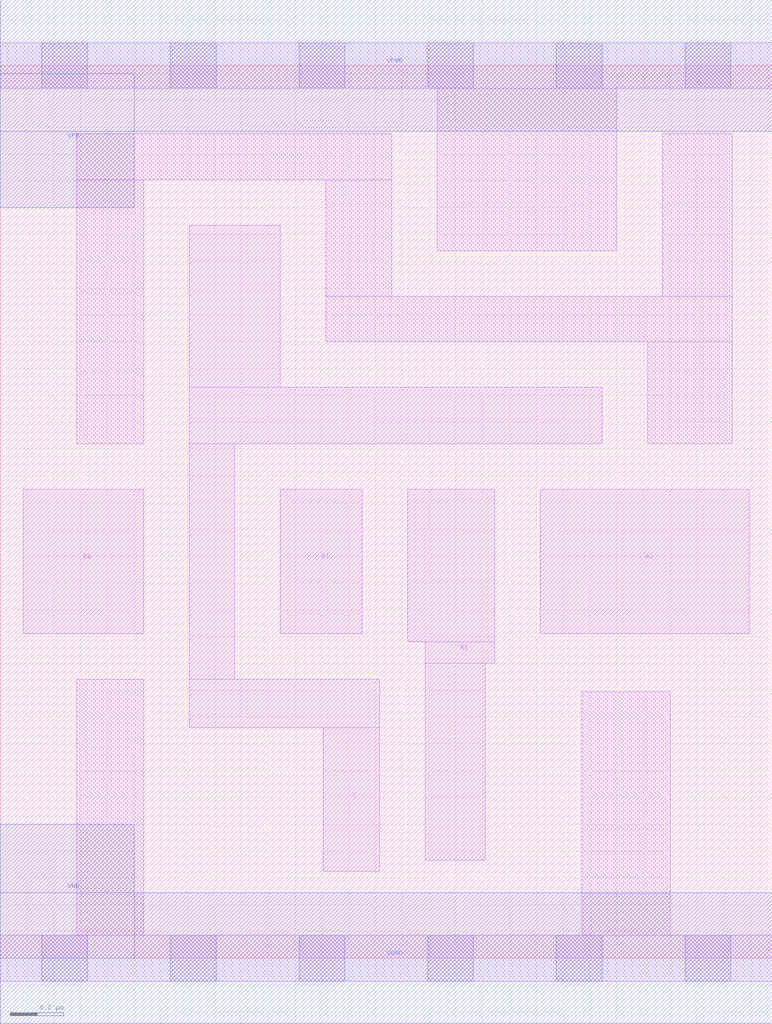
<source format=lef>
# Copyright 2020 The SkyWater PDK Authors
#
# Licensed under the Apache License, Version 2.0 (the "License");
# you may not use this file except in compliance with the License.
# You may obtain a copy of the License at
#
#     https://www.apache.org/licenses/LICENSE-2.0
#
# Unless required by applicable law or agreed to in writing, software
# distributed under the License is distributed on an "AS IS" BASIS,
# WITHOUT WARRANTIES OR CONDITIONS OF ANY KIND, either express or implied.
# See the License for the specific language governing permissions and
# limitations under the License.
#
# SPDX-License-Identifier: Apache-2.0

VERSION 5.5 ;
NAMESCASESENSITIVE ON ;
BUSBITCHARS "[]" ;
DIVIDERCHAR "/" ;
MACRO sky130_fd_sc_lp__a22oi_1
  CLASS CORE ;
  SOURCE USER ;
  ORIGIN  0.000000  0.000000 ;
  SIZE  2.880000 BY  3.330000 ;
  SYMMETRY X Y R90 ;
  SITE unit ;
  PIN A1
    ANTENNAGATEAREA  0.315000 ;
    DIRECTION INPUT ;
    USE SIGNAL ;
    PORT
      LAYER li1 ;
        RECT 1.520000 1.180000 1.845000 1.750000 ;
        RECT 1.585000 0.365000 1.810000 1.100000 ;
        RECT 1.585000 1.100000 1.845000 1.180000 ;
    END
  END A1
  PIN A2
    ANTENNAGATEAREA  0.315000 ;
    DIRECTION INPUT ;
    USE SIGNAL ;
    PORT
      LAYER li1 ;
        RECT 2.015000 1.210000 2.795000 1.750000 ;
    END
  END A2
  PIN B1
    ANTENNAGATEAREA  0.315000 ;
    DIRECTION INPUT ;
    USE SIGNAL ;
    PORT
      LAYER li1 ;
        RECT 1.045000 1.210000 1.350000 1.750000 ;
    END
  END B1
  PIN B2
    ANTENNAGATEAREA  0.315000 ;
    DIRECTION INPUT ;
    USE SIGNAL ;
    PORT
      LAYER li1 ;
        RECT 0.085000 1.210000 0.535000 1.750000 ;
    END
  END B2
  PIN Y
    ANTENNADIFFAREA  0.693000 ;
    DIRECTION OUTPUT ;
    USE SIGNAL ;
    PORT
      LAYER li1 ;
        RECT 0.705000 0.860000 1.415000 1.040000 ;
        RECT 0.705000 1.040000 0.875000 1.920000 ;
        RECT 0.705000 1.920000 2.245000 2.130000 ;
        RECT 0.705000 2.130000 1.045000 2.735000 ;
        RECT 1.205000 0.325000 1.415000 0.860000 ;
    END
  END Y
  PIN VGND
    DIRECTION INOUT ;
    USE GROUND ;
    PORT
      LAYER met1 ;
        RECT 0.000000 -0.245000 2.880000 0.245000 ;
    END
  END VGND
  PIN VNB
    DIRECTION INOUT ;
    USE GROUND ;
    PORT
      LAYER met1 ;
        RECT 0.000000 0.000000 0.500000 0.500000 ;
    END
  END VNB
  PIN VPB
    DIRECTION INOUT ;
    USE POWER ;
    PORT
      LAYER met1 ;
        RECT 0.000000 2.800000 0.500000 3.300000 ;
    END
  END VPB
  PIN VPWR
    DIRECTION INOUT ;
    USE POWER ;
    PORT
      LAYER met1 ;
        RECT 0.000000 3.085000 2.880000 3.575000 ;
    END
  END VPWR
  OBS
    LAYER li1 ;
      RECT 0.000000 -0.085000 2.880000 0.085000 ;
      RECT 0.000000  3.245000 2.880000 3.415000 ;
      RECT 0.285000  0.085000 0.535000 1.040000 ;
      RECT 0.285000  1.920000 0.535000 2.905000 ;
      RECT 0.285000  2.905000 1.460000 3.075000 ;
      RECT 1.215000  2.300000 2.730000 2.470000 ;
      RECT 1.215000  2.470000 1.460000 2.905000 ;
      RECT 1.630000  2.640000 2.300000 3.245000 ;
      RECT 2.170000  0.085000 2.500000 0.995000 ;
      RECT 2.415000  1.920000 2.730000 2.300000 ;
      RECT 2.470000  2.470000 2.730000 3.075000 ;
    LAYER mcon ;
      RECT 0.155000 -0.085000 0.325000 0.085000 ;
      RECT 0.155000  3.245000 0.325000 3.415000 ;
      RECT 0.635000 -0.085000 0.805000 0.085000 ;
      RECT 0.635000  3.245000 0.805000 3.415000 ;
      RECT 1.115000 -0.085000 1.285000 0.085000 ;
      RECT 1.115000  3.245000 1.285000 3.415000 ;
      RECT 1.595000 -0.085000 1.765000 0.085000 ;
      RECT 1.595000  3.245000 1.765000 3.415000 ;
      RECT 2.075000 -0.085000 2.245000 0.085000 ;
      RECT 2.075000  3.245000 2.245000 3.415000 ;
      RECT 2.555000 -0.085000 2.725000 0.085000 ;
      RECT 2.555000  3.245000 2.725000 3.415000 ;
  END
END sky130_fd_sc_lp__a22oi_1
END LIBRARY

</source>
